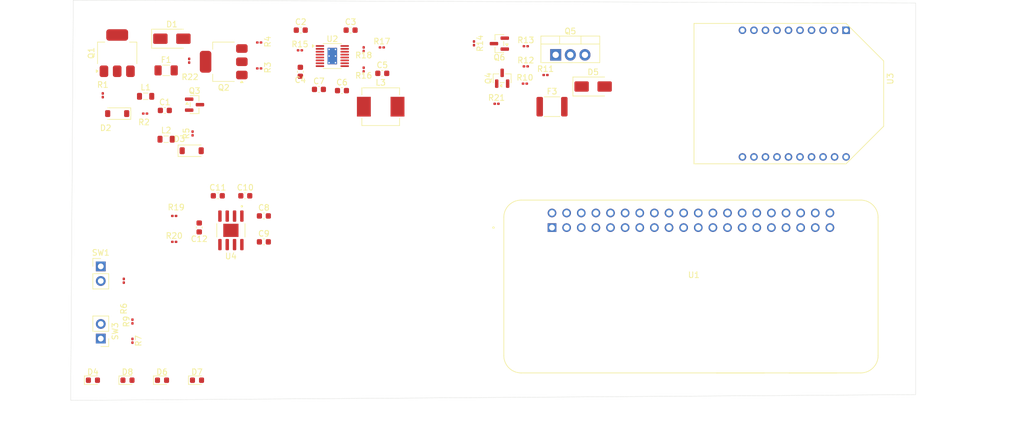
<source format=kicad_pcb>
(kicad_pcb (version 20241229) (generator "pcbnew") (generator_version "9.0")
  (layers (0 "F.Cu" signal) (2 "B.Cu" signal) (13 "F.Paste" user) (15 "B.Paste" user) (5 "F.SilkS" user "F.Silkscreen") (7 "B.SilkS" user "B.Silkscreen") (1 "F.Mask" user) (3 "B.Mask" user) (25 "Edge.Cuts" user))
  (net 0 "")
  (net 1 "GND")
  (net 2 "Net-(C1-Pad1)")
  (net 3 "/28v_inhibit/28V_Post_Inhibit")
  (net 4 "Net-(U2-INTVcc)")
  (net 5 "Net-(U2-TR{slash}SS)")
  (net 6 "5V_Pi")
  (net 7 "Net-(C6-Pad1)")
  (net 8 "Net-(U2-BST)")
  (net 9 "3V3")
  (net 10 "Net-(U4-REF)")
  (net 11 "Net-(U4-VREG)")
  (net 12 "Net-(U4-BYP)")
  (net 13 "Net-(D1-A1)")
  (net 14 "Net-(D2-A)")
  (net 15 "Net-(D3-A)")
  (net 16 "/28v_inhibit/POST_INHIB1")
  (net 17 "Net-(D4-A)")
  (net 18 "Net-(D5-A2)")
  (net 19 "Net-(D6-A)")
  (net 20 "Net-(D7-A)")
  (net 21 "Net-(D8-A)")
  (net 22 "/28v_inhibit/28v_IN")
  (net 23 "Net-(F3-Pad1)")
  (net 24 "TE_2")
  (net 25 "Net-(Q1-S)")
  (net 26 "Net-(Q1-G)")
  (net 27 "Net-(Q2-G)")
  (net 28 "Net-(Q3-G)")
  (net 29 "Net-(Q4-E)")
  (net 30 "Net-(Q4-B)")
  (net 31 "Net-(Q4-C)")
  (net 32 "Net-(Q6-B)")
  (net 33 "Net-(Q6-E)")
  (net 34 "Net-(SW1-B)")
  (net 35 "Net-(SW3-A)")
  (net 36 "/Burn-Wire Circuit/CTRL_IN")
  (net 37 "/Burn-Wire Circuit/ENABLE")
  (net 38 "Net-(U2-RT)")
  (net 39 "Net-(U2-PG)")
  (net 40 "Net-(U3-ASSOCIATE{slash}AD5{slash}DIO5)")
  (net 46 "GPIO15")
  (net 48 "Net-(U1-GND_14)")
  (net 95 "/28v_inhibit/GND")
  (footprint "Resistor_SMD:R_0201_0603Metric" (layer "F.Cu") (at 129.23 73)
    (property "Reference" "R21" (at 0 -1.05 0) (layer "F.SilkS"))
    (property "Value" "10 kohm")
    (pad "1" smd roundrect (at -0.32 0) (size 0.46 0.4) (layers "F.Cu" "F.Mask") (net 18 "Net-(D5-A2)"))
    (pad "2" smd roundrect (at 0.32 0) (size 0.46 0.4) (layers "F.Cu" "F.Mask") (net 20 "Net-(D7-A)"))
  )
  (footprint "Raspberry Pi Zero 2 W:MODULE_SC1176" (layer "F.Cu") (at 162.99 104.73)
    (property "Reference" "U1" (at 0.5 -2 0) (layer "F.SilkS") (effects (font (size 1.00189 1.00189))))
    (property "Value" "Raspberry Pi Zero 2 W")
    (fp_line (start -32.5 -12) (end -32.5 12) (stroke (width 0.127)) (layer "F.SilkS"))
    (fp_line (start -29.5 15) (end 29.5 15) (stroke (width 0.127)) (layer "F.SilkS"))
    (fp_line (start 4.4 15) (end 12.75 15) (stroke (width 0.127)) (layer "F.SilkS"))
    (fp_line (start 17 15) (end 25.35 15) (stroke (width 0.127)) (layer "F.SilkS"))
    (fp_line (start 29.5 -15) (end -29.5 -15) (stroke (width 0.127)) (layer "F.SilkS"))
    (fp_line (start 32.5 12) (end 32.5 -12) (stroke (width 0.127)) (layer "F.SilkS"))
    (fp_arc (start -32.5 -12) (mid -31.62132 -14.12132) (end -29.5 -15) (stroke (width 0.127)) (layer "F.SilkS"))
    (fp_arc (start -29.5 15) (mid -31.62132 14.12132) (end -32.5 12) (stroke (width 0.127)) (layer "F.SilkS"))
    (fp_arc (start 29.5 -15) (mid 31.62132 -14.12132) (end 32.5 -12) (stroke (width 0.127)) (layer "F.SilkS"))
    (fp_arc (start 32.5 12) (mid 31.62132 14.12132) (end 29.5 15) (stroke (width 0.127)) (layer "F.SilkS"))
    (fp_circle (center -34.29 -10.23) (end -34.19 -10.23) (stroke (width 0.2)) (fill no) (layer "F.SilkS"))
    (pad "" np_thru_hole circle (at -29 -11.5) (size 2.75 2.75) (drill 2.75) (layers "*.Cu" "*.Mask"))
    (pad "" np_thru_hole circle (at -29 11.5) (size 2.75 2.75) (drill 2.75) (layers "*.Cu" "*.Mask"))
    (pad "" np_thru_hole circle (at 29 -11.5) (size 2.75 2.75) (drill 2.75) (layers "*.Cu" "*.Mask"))
    (pad "" np_thru_hole circle (at 29 11.5) (size 2.75 2.75) (drill 2.75) (layers "*.Cu" "*.Mask"))
    (pad "1" thru_hole rect (at -24.13 -10.23) (size 1.508 1.508) (drill 1) (layers "*.Cu" "*.Mask"))
    (pad "2" thru_hole circle (at -24.13 -12.77) (size 1.508 1.508) (drill 1) (layers "*.Cu" "*.Mask") (net 6 "5V_Pi"))
    (pad "3" thru_hole circle (at -21.59 -10.23) (size 1.508 1.508) (drill 1) (layers "*.Cu" "*.Mask"))
    (pad "4" thru_hole circle (at -21.59 -12.77) (size 1.508 1.508) (drill 1) (layers "*.Cu" "*.Mask"))
    (pad "5" thru_hole circle (at -19.05 -10.23) (size 1.508 1.508) (drill 1) (layers "*.Cu" "*.Mask"))
    (pad "6" thru_hole circle (at -19.05 -12.77) (size 1.508 1.508) (drill 1) (layers "*.Cu" "*.Mask"))
    (pad "7" thru_hole circle (at -16.51 -10.23) (size 1.508 1.508) (drill 1) (layers "*.Cu" "*.Mask"))
    (pad "8" thru_hole circle (at -16.51 -12.77) (size 1.508 1.508) (drill 1) (layers "*.Cu" "*.Mask"))
    (pad "9" thru_hole circle (at -13.97 -10.23) (size 1.508 1.508) (drill 1) (layers "*.Cu" "*.Mask"))
    (pad "10" thru_hole circle (at -13.97 -12.77) (size 1.508 1.508) (drill 1) (layers "*.Cu" "*.Mask") (net 46 "GPIO15"))
    (pad "11" thru_hole circle (at -11.43 -10.23) (size 1.508 1.508) (drill 1) (layers "*.Cu" "*.Mask"))
    (pad "12" thru_hole circle (at -11.43 -12.77) (size 1.508 1.508) (drill 1) (layers "*.Cu" "*.Mask"))
    (pad "13" thru_hole circle (at -8.89 -10.23) (size 1.508 1.508) (drill 1) (layers "*.Cu" "*.Mask"))
    (pad "14" thru_hole circle (at -8.89 -12.77) (size 1.508 1.508) (drill 1) (layers "*.Cu" "*.Mask") (net 48 "Net-(U1-GND_14)"))
    (pad "15" thru_hole circle (at -6.35 -10.23) (size 1.508 1.508) (drill 1) (layers "*.Cu" "*.Mask"))
    (pad "16" thru_hole circle (at -6.35 -12.77) (size 1.508 1.508) (drill 1) (layers "*.Cu" "*.Mask"))
    (pad "17" thru_hole circle (at -3.81 -10.23) (size 1.508 1.508) (drill 1) (layers "*.Cu" "*.Mask"))
    (pad "18" thru_hole circle (at -3.81 -12.77) (size 1.508 1.508) (drill 1) (layers "*.Cu" "*.Mask"))
    (pad "19" thru_hole circle (at -1.27 -10.23) (size 1.508 1.508) (drill 1) (layers "*.Cu" "*.Mask"))
    (pad "20" thru_hole circle (at -1.27 -12.77) (size 1.508 1.508) (drill 1) (layers "*.Cu" "*.Mask"))
    (pad "21" thru_hole circle (at 1.27 -10.23) (size 1.508 1.508) (drill 1) (layers "*.Cu" "*.Mask"))
    (pad "22" thru_hole circle (at 1.27 -12.77) (size 1.508 1.508) (drill 1) (layers "*.Cu" "*.Mask"))
    (pad "23" thru_hole circle (at 3.81 -10.23) (size 1.508 1.508) (drill 1) (layers "*.Cu" "*.Mask"))
    (pad "24" thru_hole circle (at 3.81 -12.77) (size 1.508 1.508) (drill 1) (layers "*.Cu" "*.Mask"))
    (pad "25" thru_hole circle (at 6.35 -10.23) (size 1.508 1.508) (drill 1) (layers "*.Cu" "*.Mask"))
    (pad "26" thru_hole circle (at 6.35 -12.77) (size 1.508 1.508) (drill 1) (layers "*.Cu" "*.Mask"))
    (pad "27" thru_hole circle (at 8.89 -10.23) (size 1.508 1.508) (drill 1) (layers "*.Cu" "*.Mask"))
    (pad "28" thru_hole circle (at 8.89 -12.77) (size 1.508 1.508) (drill 1) (layers "*.Cu" "*.Mask"))
    (pad "29" thru_hole circle (at 11.43 -10.23) (size 1.508 1.508) (drill 1) (layers "*.Cu" "*.Mask"))
    (pad "30" thru_hole circle (at 11.43 -12.77) (size 1.508 1.508) (drill 1) (layers "*.Cu" "*.Mask"))
    (pad "31" thru_hole circle (at 13.97 -10.23) (size 1.508 1.508) (drill 1) (layers "*.Cu" "*.Mask"))
    (pad "32" thru_hole circle (at 13.97 -12.77) (size 1.508 1.508) (drill 1) (layers "*.Cu" "*.Mask"))
    (pad "33" thru_hole circle (at 16.51 -10.23) (size 1.508 1.508) (drill 1) (layers "*.Cu" "*.Mask"))
    (pad "34" thru_hole circle (at 16.51 -12.77) (size 1.508 1.508) (drill 1) (layers "*.Cu" "*.Mask"))
    (pad "35" thru_hole circle (at 19.05 -10.23) (size 1.508 1.508) (drill 1) (layers "*.Cu" "*.Mask"))
    (pad "36" thru_hole circle (at 19.05 -12.77) (size 1.508 1.508) (drill 1) (layers "*.Cu" "*.Mask"))
    (pad "37" thru_hole circle (at 21.59 -10.23) (size 1.508 1.508) (drill 1) (layers "*.Cu" "*.Mask"))
    (pad "38" thru_hole circle (at 21.59 -12.77) (size 1.508 1.508) (drill 1) (layers "*.Cu" "*.Mask"))
    (pad "39" thru_hole circle (at 24.13 -10.23) (size 1.508 1.508) (drill 1) (layers "*.Cu" "*.Mask"))
    (pad "40" thru_hole circle (at 24.13 -12.77) (size 1.508 1.508) (drill 1) (layers "*.Cu" "*.Mask"))
  )
  (footprint "Resistor_SMD:R_0201_0603Metric" (layer "F.Cu") (at 95.088 63.71)
    (property "Reference" "R15" (at 0 -1.05 0) (layer "F.SilkS"))
    (property "Value" "110k")
    (pad "1" smd roundrect (at -0.32 0) (size 0.46 0.4) (layers "F.Cu" "F.Mask") (net 38 "Net-(U2-RT)"))
    (pad "2" smd roundrect (at 0.32 0) (size 0.46 0.4) (layers "F.Cu" "F.Mask") (net 1 "GND"))
  )
  (footprint "Resistor_SMD:R_0201_0603Metric" (layer "F.Cu") (at 66 110.81 90)
    (property "Reference" "R9" (at 0 -1.05 90) (layer "F.SilkS"))
    (property "Value" "R")
    (pad "1" smd roundrect (at -0.32 0 90) (size 0.46 0.4) (layers "F.Cu" "F.Mask") (net 1 "GND"))
    (pad "2" smd roundrect (at 0.32 0 90) (size 0.46 0.4) (layers "F.Cu" "F.Mask") (net 35 "Net-(SW3-A)"))
  )
  (footprint "Connector_PinHeader_2.54mm:PinHeader_1x02_P2.54mm_Vertical" (layer "F.Cu") (at 60.5 113.775 180)
    (property "Reference" "SW3" (at -2.5 1.275 90) (layer "F.SilkS"))
    (property "Value" "SAFE_switch")
    (fp_line (start 1.38 1.27) (end 1.38 3.92) (stroke (width 0.12)) (layer "F.SilkS"))
    (fp_line (start -1.38 3.92) (end 1.38 3.92) (stroke (width 0.12)) (layer "F.SilkS"))
    (fp_line (start -1.38 1.27) (end 1.38 1.27) (stroke (width 0.12)) (layer "F.SilkS"))
    (fp_line (start -1.38 1.27) (end -1.38 3.92) (stroke (width 0.12)) (layer "F.SilkS"))
    (fp_line (start -1.38 0) (end -1.38 -1.38) (stroke (width 0.12)) (layer "F.SilkS"))
    (fp_line (start -1.38 -1.38) (end 0 -1.38) (stroke (width 0.12)) (layer "F.SilkS"))
    (pad "1" thru_hole rect (at 0 0 180) (size 1.7 1.7) (drill 1) (layers "*.Cu" "*.Mask") (net 35 "Net-(SW3-A)"))
    (pad "2" thru_hole circle (at 0 2.54 180) (size 1.7 1.7) (drill 1) (layers "*.Cu" "*.Mask") (net 37 "/Burn-Wire Circuit/ENABLE"))
  )
  (footprint "Resistor_SMD:R_0201_0603Metric" (layer "F.Cu") (at 88 62.355)
    (property "Reference" "R4" (at 1.5 -0.155 90) (layer "F.SilkS"))
    (property "Value" "100 kohm")
    (pad "1" smd roundrect (at -0.32 0) (size 0.46 0.4) (layers "F.Cu" "F.Mask") (net 15 "Net-(D3-A)"))
    (pad "2" smd roundrect (at 0.32 0) (size 0.46 0.4) (layers "F.Cu" "F.Mask") (net 16 "/28v_inhibit/POST_INHIB1"))
  )
  (footprint "Fuse:Fuse_1812_4532Metric" (layer "F.Cu") (at 138.8625 73.5)
    (property "Reference" "F3" (at 0 -2.65 0) (layer "F.SilkS"))
    (property "Value" "Fuse")
    (fp_line (start -1.386252 -1.71) (end 1.386252 -1.71) (stroke (width 0.12)) (layer "F.SilkS"))
    (fp_line (start -1.386252 1.71) (end 1.386252 1.71) (stroke (width 0.12)) (layer "F.SilkS"))
    (pad "1" smd roundrect (at -2.1375 0) (size 1.125 3.4) (layers "F.Cu" "F.Mask" "F.Paste") (roundrect_rratio 0.222222) (net 23 "Net-(F3-Pad1)"))
    (pad "2" smd roundrect (at 2.1375 0) (size 1.125 3.4) (layers "F.Cu" "F.Mask" "F.Paste") (roundrect_rratio 0.222222) (net 3 "/28v_inhibit/28V_Post_Inhibit"))
  )
  (footprint "Capacitor_SMD:C_0603_1608Metric" (layer "F.Cu") (at 85.595 88.975)
    (property "Reference" "C10" (at 0 -1.43 0) (layer "F.SilkS"))
    (property "Value" "1µF")
    (fp_line (start -0.14058 -0.51) (end 0.14058 -0.51) (stroke (width 0.12)) (layer "F.SilkS"))
    (fp_line (start -0.14058 0.51) (end 0.14058 0.51) (stroke (width 0.12)) (layer "F.SilkS"))
    (pad "1" smd roundrect (at -0.775 0) (size 0.9 0.95) (layers "F.Cu" "F.Mask" "F.Paste") (net 1 "GND"))
    (pad "2" smd roundrect (at 0.775 0) (size 0.9 0.95) (layers "F.Cu" "F.Mask" "F.Paste") (net 11 "Net-(U4-VREG)"))
  )
  (footprint "Capacitor_SMD:C_0603_1608Metric" (layer "F.Cu") (at 95.225 60.21)
    (property "Reference" "C2" (at 0 -1.43 0) (layer "F.SilkS"))
    (property "Value" "4.7µF")
    (fp_line (start -0.14058 -0.51) (end 0.14058 -0.51) (stroke (width 0.12)) (layer "F.SilkS"))
    (fp_line (start -0.14058 0.51) (end 0.14058 0.51) (stroke (width 0.12)) (layer "F.SilkS"))
    (pad "1" smd roundrect (at -0.775 0) (size 0.9 0.95) (layers "F.Cu" "F.Mask" "F.Paste") (net 1 "GND"))
    (pad "2" smd roundrect (at 0.775 0) (size 0.9 0.95) (layers "F.Cu" "F.Mask" "F.Paste") (net 3 "/28v_inhibit/28V_Post_Inhibit"))
  )
  (footprint "Capacitor_SMD:C_0603_1608Metric" (layer "F.Cu") (at 71.625 74.15)
    (property "Reference" "C1" (at 0 -1.43 0) (layer "F.SilkS"))
    (property "Value" "C")
    (fp_line (start -0.14058 -0.51) (end 0.14058 -0.51) (stroke (width 0.12)) (layer "F.SilkS"))
    (fp_line (start -0.14058 0.51) (end 0.14058 0.51) (stroke (width 0.12)) (layer "F.SilkS"))
    (pad "1" smd roundrect (at -0.775 0) (size 0.9 0.95) (layers "F.Cu" "F.Mask" "F.Paste") (net 2 "Net-(C1-Pad1)"))
    (pad "2" smd roundrect (at 0.775 0) (size 0.9 0.95) (layers "F.Cu" "F.Mask" "F.Paste") (net 95 "/28v_inhibit/GND"))
  )
  (footprint "LED_SMD:LED_0603_1608Metric" (layer "F.Cu") (at 65.1375 121)
    (property "Reference" "D8" (at 0 -1.43 0) (layer "F.SilkS"))
    (property "Value" "LED")
    (fp_line (start -1.485 -0.735) (end -1.485 0.735) (stroke (width 0.12)) (layer "F.SilkS"))
    (fp_line (start -1.485 0.735) (end 0.8 0.735) (stroke (width 0.12)) (layer "F.SilkS"))
    (fp_line (start 0.8 -0.735) (end -1.485 -0.735) (stroke (width 0.12)) (layer "F.SilkS"))
    (pad "1" smd roundrect (at -0.7875 0) (size 0.875 0.95) (layers "F.Cu" "F.Mask" "F.Paste") (net 1 "GND"))
    (pad "2" smd roundrect (at 0.7875 0) (size 0.875 0.95) (layers "F.Cu" "F.Mask" "F.Paste") (net 21 "Net-(D8-A)"))
  )
  (footprint "Package_TO_SOT_SMD:SOT-223-3_TabPin2" (layer "F.Cu") (at 63.35 64.2 90)
    (property "Reference" "Q1" (at 0 -4.5 90) (layer "F.SilkS"))
    (property "Value" "Q_PMOS_GSD")
    (fp_line (start 1.91 -3.41) (end 1.91 -2.15) (stroke (width 0.12)) (layer "F.SilkS"))
    (fp_line (start -1.85 -3.41) (end 1.91 -3.41) (stroke (width 0.12)) (layer "F.SilkS"))
    (fp_line (start 1.91 3.41) (end 1.91 2.15) (stroke (width 0.12)) (layer "F.SilkS"))
    (fp_line (start -1.85 3.41) (end 1.91 3.41) (stroke (width 0.12)) (layer "F.SilkS"))
    (fp_poly (pts (xy -3.13 -3.31) (xy -3.37 -3.64) (xy -2.89 -3.64) (xy -3.13 -3.31)) (stroke (width 0.12)) (fill yes) (layer "F.SilkS"))
    (pad "1" smd roundrect (at -3.15 -2.3 90) (size 2 1.5) (layers "F.Cu" "F.Mask" "F.Paste") (net 26 "Net-(Q1-G)"))
    (pad "2" smd roundrect (at -3.15 0 90) (size 2 1.5) (layers "F.Cu" "F.Mask" "F.Paste") (net 25 "Net-(Q1-S)"))
    (pad "2" smd roundrect (at 3.15 0 90) (size 2 3.8) (layers "F.Cu" "F.Mask" "F.Paste") (net 25 "Net-(Q1-S)"))
    (pad "3" smd roundrect (at -3.15 2.3 90) (size 2 1.5) (layers "F.Cu" "F.Mask" "F.Paste") (net 13 "Net-(D1-A1)"))
  )
  (footprint "Resistor_SMD:R_0201_0603Metric" (layer "F.Cu") (at 125.31 62.5 -90)
    (property "Reference" "R14" (at 0 -1.05 90) (layer "F.SilkS"))
    (property "Value" "R")
    (pad "1" smd roundrect (at -0.32 0 270) (size 0.46 0.4) (layers "F.Cu" "F.Mask") (net 32 "Net-(Q6-B)"))
    (pad "2" smd roundrect (at 0.32 0 270) (size 0.46 0.4) (layers "F.Cu" "F.Mask") (net 1 "GND"))
  )
  (footprint "Resistor_SMD:R_0201_0603Metric" (layer "F.Cu") (at 73.25 96.975)
    (property "Reference" "R20" (at 0 -1.05 0) (layer "F.SilkS"))
    (property "Value" "4.7/10 kohm")
    (pad "1" smd roundrect (at -0.32 0) (size 0.46 0.4) (layers "F.Cu" "F.Mask") (net 21 "Net-(D8-A)"))
    (pad "2" smd roundrect (at 0.32 0) (size 0.46 0.4) (layers "F.Cu" "F.Mask") (net 40 "Net-(U3-ASSOCIATE{slash}AD5{slash}DIO5)"))
  )
  (footprint "XBee:XBP24-Z7SIT-004" (layer "F.Cu") (at 179.99 71.23 -90)
    (property "Reference" "U3" (at -2.581625 -17.620025 90) (layer "F.SilkS") (effects (font (size 1.002559 1.002559))))
    (property "Value" "XBP24-Z7SIT-004")
    (fp_line (start -12.19 16.47) (end 12.19 16.47) (stroke (width 0.127)) (layer "F.SilkS"))
    (fp_line (start 12.19 16.47) (end 12.19 -9.94) (stroke (width 0.127)) (layer "F.SilkS"))
    (fp_line (start -12.19 -9.94) (end -12.19 16.47) (stroke (width 0.127)) (layer "F.SilkS"))
    (fp_line (start 12.19 -9.94) (end 5.66 -16.47) (stroke (width 0.127)) (layer "F.SilkS"))
    (fp_line (start -5.66 -16.47) (end -12.19 -9.94) (stroke (width 0.127)) (layer "F.SilkS"))
    (fp_line (start 5.66 -16.47) (end -5.66 -16.47) (stroke (width 0.127)) (layer "F.SilkS"))
    (pad "1" thru_hole rect (at -11 -9.94 270) (size 1.308 1.308) (drill 0.8) (layers "*.Cu" "*.Mask") (net 9 "3V3"))
    (pad "2" thru_hole circle (at -11 -7.94 270) (size 1.308 1.308) (drill 0.8) (layers "*.Cu" "*.Mask") (net 46 "GPIO15"))
    (pad "3" thru_hole circle (at -11 -5.94 270) (size 1.308 1.308) (drill 0.8) (layers "*.Cu" "*.Mask") (net 48 "Net-(U1-GND_14)"))
    (pad "4" thru_hole circle (at -11 -3.94 270) (size 1.308 1.308) (drill 0.8) (layers "*.Cu" "*.Mask"))
    (pad "5" thru_hole circle (at -11 -1.94 270) (size 1.308 1.308) (drill 0.8) (layers "*.Cu" "*.Mask"))
    (pad "6" thru_hole circle (at -11 0.06 270) (size 1.308 1.308) (drill 0.8) (layers "*.Cu" "*.Mask"))
    (pad "7" thru_hole circle (at -11 2.06 270) (size 1.308 1.308) (drill 0.8) (layers "*.Cu" "*.Mask"))
    (pad "8" thru_hole circle (at -11 4.06 270) (size 1.308 1.308) (drill 0.8) (layers "*.Cu" "*.Mask"))
    (pad "9" thru_hole circle (at -11 6.06 270) (size 1.308 1.308) (drill 0.8) (layers "*.Cu" "*.Mask"))
    (pad "10" thru_hole circle (at -11 8.06 270) (size 1.308 1.308) (drill 0.8) (layers "*.Cu" "*.Mask") (net 1 "GND"))
    (pad "11" thru_hole circle (at 11 8.06 270) (size 1.308 1.308) (drill 0.8) (layers "*.Cu" "*.Mask"))
    (pad "12" thru_hole circle (at 11 6.06 270) (size 1.308 1.308) (drill 0.8) (layers "*.Cu" "*.Mask"))
    (pad "13" thru_hole circle (at 11 4.06 270) (size 1.308 1.308) (drill 0.8) (layers "*.Cu" "*.Mask"))
    (pad "14" thru_hole circle (at 11 2.06 270) (size 1.308 1.308) (drill 0.8) (layers "*.Cu" "*.Mask") (net 9 "3V3"))
    (pad "15" thru_hole circle (at 11 0.06 270) (size 1.308 1.308) (drill 0.8) (layers "*.Cu" "*.Mask") (net 40 "Net-(U3-ASSOCIATE{slash}AD5{slash}DIO5)"))
    (pad "16" thru_hole circle (at 11 -1.94 270) (size 1.308 1.308) (drill 0.8) (layers "*.Cu" "*.Mask"))
    (pad "17" thru_hole circle (at 11 -3.94 270) (size 1.308 1.308) (drill 0.8) (layers "*.Cu" "*.Mask"))
    (pad "18" thru_hole circle (at 11 -5.94 270) (size 1.308 1.308) (drill 0.8) (layers "*.Cu" "*.Mask"))
    (pad "19" thru_hole circle (at 11 -7.94 270) (size 1.308 1.308) (drill 0.8) (layers "*.Cu" "*.Mask"))
    (pad "20" thru_hole circle (at 11 -9.94 270) (size 1.308 1.308) (drill 0.8) (layers "*.Cu" "*.Mask"))
  )
  (footprint "Capacitor_SMD:C_0603_1608Metric" (layer "F.Cu") (at 102.383 70.71)
    (property "Reference" "C6" (at 0 -1.43 0) (layer "F.SilkS"))
    (property "Value" "0.1µF")
    (fp_line (start -0.14058 -0.51) (end 0.14058 -0.51) (stroke (width 0.12)) (layer "F.SilkS"))
    (fp_line (start -0.14058 0.51) (end 0.14058 0.51) (stroke (width 0.12)) (layer "F.SilkS"))
    (pad "1" smd roundrect (at -0.775 0) (size 0.9 0.95) (layers "F.Cu" "F.Mask" "F.Paste") (net 7 "Net-(C6-Pad1)"))
    (pad "2" smd roundrect (at 0.775 0) (size 0.9 0.95) (layers "F.Cu" "F.Mask" "F.Paste") (net 8 "Net-(U2-BST)"))
  )
  (footprint "Package_TO_SOT_SMD:SOT-223-3_TabPin2" (layer "F.Cu") (at 81.85 65.7 180)
    (property "Reference" "Q2" (at 0 -4.5 0) (layer "F.SilkS"))
    (property "Value" "Q_PMOS_GSD")
    (fp_line (start 1.91 3.41) (end 1.91 2.15) (stroke (width 0.12)) (layer "F.SilkS"))
    (fp_line (start 1.91 -3.41) (end 1.91 -2.15) (stroke (width 0.12)) (layer "F.SilkS"))
    (fp_line (start -1.85 3.41) (end 1.91 3.41) (stroke (width 0.12)) (layer "F.SilkS"))
    (fp_line (start -1.85 -3.41) (end 1.91 -3.41) (stroke (width 0.12)) (layer "F.SilkS"))
    (fp_poly (pts (xy -3.13 -3.31) (xy -3.37 -3.64) (xy -2.89 -3.64) (xy -3.13 -3.31)) (stroke (width 0.12)) (fill yes) (layer "F.SilkS"))
    (pad "1" smd roundrect (at -3.15 -2.3 180) (size 2 1.5) (layers "F.Cu" "F.Mask" "F.Paste") (net 27 "Net-(Q2-G)"))
    (pad "2" smd roundrect (at -3.15 0 180) (size 2 1.5) (layers "F.Cu" "F.Mask" "F.Paste") (net 3 "/28v_inhibit/28V_Post_Inhibit"))
    (pad "2" smd roundrect (at 3.15 0 180) (size 2 3.8) (layers "F.Cu" "F.Mask" "F.Paste") (net 3 "/28v_inhibit/28V_Post_Inhibit"))
    (pad "3" smd roundrect (at -3.15 2.3 180) (size 2 1.5) (layers "F.Cu" "F.Mask" "F.Paste") (net 16 "/28v_inhibit/POST_INHIB1"))
  )
  (footprint "Inductor_SMD:L_Vishay_IHLP-2525" (layer "F.Cu") (at 109.108 73.5)
    (property "Reference" "L3" (at 0 -4.175 0) (layer "F.SilkS"))
    (property "Value" "10µH")
    (fp_line (start -3.275 -3.275) (end 3.275 -3.275) (stroke (width 0.12)) (layer "F.SilkS"))
    (fp_line (start -3.275 -2.0145) (end -3.275 -3.275) (stroke (width 0.12)) (layer "F.SilkS"))
    (fp_line (start -3.275 2.0145) (end -3.275 3.275) (stroke (width 0.12)) (layer "F.SilkS"))
    (fp_line (start -3.275 3.275) (end 3.275 3.275) (stroke (width 0.12)) (layer "F.SilkS"))
    (fp_line (start 3.275 -3.275) (end 3.275 -2.0145) (stroke (width 0.12)) (layer "F.SilkS"))
    (fp_line (start 3.275 3.275) (end 3.275 2.0145) (stroke (width 0.12)) (layer "F.SilkS"))
    (pad "1" smd rect (at -2.921 0) (size 2.413 3.429) (layers "F.Cu" "F.Mask" "F.Paste") (net 7 "Net-(C6-Pad1)"))
    (pad "2" smd rect (at 2.921 0) (size 2.413 3.429) (layers "F.Cu" "F.Mask" "F.Paste") (net 6 "5V_Pi"))
  )
  (footprint "Resistor_SMD:R_0201_0603Metric" (layer "F.Cu") (at 106.158 63.53 -90)
    (property "Reference" "R18" (at 1.05 0 0) (layer "F.SilkS"))
    (property "Value" "100k")
    (pad "1" smd roundrect (at -0.32 0 270) (size 0.46 0.4) (layers "F.Cu" "F.Mask") (net 39 "Net-(U2-PG)"))
    (pad "2" smd roundrect (at 0.32 0 270) (size 0.46 0.4) (layers "F.Cu" "F.Mask") (net 6 "5V_Pi"))
  )
  (footprint "Resistor_SMD:R_0201_0603Metric" (layer "F.Cu") (at 134.31 66.5)
    (property "Reference" "R12" (at 0 -1.05 0) (layer "F.SilkS"))
    (property "Value" "R")
    (pad "1" smd roundrect (at -0.32 0) (size 0.46 0.4) (layers "F.Cu" "F.Mask") (net 29 "Net-(Q4-E)"))
    (pad "2" smd roundrect (at 0.32 0) (size 0.46 0.4) (layers "F.Cu" "F.Mask") (net 36 "/Burn-Wire Circuit/CTRL_IN"))
  )
  (footprint "Capacitor_SMD:C_0603_1608Metric" (layer "F.Cu") (at 109.383 67.71)
    (property "Reference" "C5" (at 0 -1.43 0) (layer "F.SilkS"))
    (property "Value" "10pF")
    (fp_line (start -0.14058 -0.51) (end 0.14058 -0.51) (stroke (width 0.12)) (layer "F.SilkS"))
    (fp_line (start -0.14058 0.51) (end 0.14058 0.51) (stroke (width 0.12)) (layer "F.SilkS"))
    (pad "1" smd roundrect (at -0.775 0) (size 0.9 0.95) (layers "F.Cu" "F.Mask" "F.Paste") (net 6 "5V_Pi"))
    (pad "2" smd roundrect (at 0.775 0) (size 0.9 0.95) (layers "F.Cu" "F.Mask" "F.Paste") (net 1 "GND"))
  )
  (footprint "Resistor_SMD:R_0201_0603Metric" (layer "F.Cu") (at 73.25 92.475)
    (property "Reference" "R19" (at 0.345 -1.5 0) (layer "F.SilkS"))
    (property "Value" "1 kohm")
    (pad "1" smd roundrect (at -0.32 0) (size 0.46 0.4) (layers "F.Cu" "F.Mask") (net 19 "Net-(D6-A)"))
    (pad "2" smd roundrect (at 0.32 0) (size 0.46 0.4) (layers "F.Cu" "F.Mask") (net 9 "3V3"))
  )
  (footprint "Capacitor_SMD:C_0603_1608Metric" (layer "F.Cu") (at 88.82 96.975)
    (property "Reference" "C9" (at 0 -1.43 0) (layer "F.SilkS"))
    (property "Value" "1µF")
    (fp_line (start -0.14058 -0.51) (end 0.14058 -0.51) (stroke (width 0.12)) (layer "F.SilkS"))
    (fp_line (start -0.14058 0.51) (end 0.14058 0.51) (stroke (width 0.12)) (layer "F.SilkS"))
    (pad "1" smd roundrect (at -0.775 0) (size 0.9 0.95) (layers "F.Cu" "F.Mask" "F.Paste") (net 1 "GND"))
    (pad "2" smd roundrect (at 0.775 0) (size 0.9 0.95) (layers "F.Cu" "F.Mask" "F.Paste") (net 10 "Net-(U4-REF)"))
  )
  (footprint "Diode_SMD:D_SMA" (layer "F.Cu") (at 146 70)
    (property "Reference" "D5" (at 0 -2.5 0) (layer "F.SilkS"))
    (property "Value" "SMAJ33A")
    (fp_line (start -3.51 -1.65) (end -3.51 1.65) (stroke (width 0.12)) (layer "F.SilkS"))
    (fp_line (start -3.51 -1.65) (end 2 -1.65) (stroke (width 0.12)) (layer "F.SilkS"))
    (fp_line (start -3.51 1.65) (end 2 1.65) (stroke (width 0.12)) (layer "F.SilkS"))
    (pad "1" smd roundrect (at -2 0) (size 2.5 1.8) (layers "F.Cu" "F.Mask" "F.Paste") (roundrect_rratio 0.1388888889) (net 3 "/28v_inhibit/28V_Post_Inhibit"))
    (pad "2" smd roundrect (at 2 0) (size 2.5 1.8) (layers "F.Cu" "F.Mask" "F.Paste") (roundrect_rratio 0.1388888889) (net 18 "Net-(D5-A2)"))
  )
  (footprint "Resistor_SMD:R_0201_0603Metric" (layer "F.Cu") (at 88 66.855 180)
    (property "Reference" "R3" (at -1.5 0.155 90) (layer "F.SilkS"))
    (property "Value" "100 ohm")
    (pad "1" smd roundrect (at -0.32 0 180) (size 0.46 0.4) (layers "F.Cu" "F.Mask") (net 27 "Net-(Q2-G)"))
    (pad "2" smd roundrect (at 0.32 0 180) (size 0.46 0.4) (layers "F.Cu" "F.Mask") (net 15 "Net-(D3-A)"))
  )
  (footprint "LED_SMD:LED_0603_1608Metric" (layer "F.Cu") (at 59.1375 121)
    (property "Reference" "D4" (at 0 -1.43 0) (layer "F.SilkS"))
    (property "Value" "LED")
    (fp_line (start -1.485 -0.735) (end -1.485 0.735) (stroke (width 0.12)) (layer "F.SilkS"))
    (fp_line (start -1.485 0.735) (end 0.8 0.735) (stroke (width 0.12)) (layer "F.SilkS"))
    (fp_line (start 0.8 -0.735) (end -1.485 -0.735) (stroke (width 0.12)) (layer "F.SilkS"))
    (pad "1" smd roundrect (at -0.7875 0) (size 0.875 0.95) (layers "F.Cu" "F.Mask" "F.Paste") (net 95 "/28v_inhibit/GND"))
    (pad "2" smd roundrect (at 0.7875 0) (size 0.875 0.95) (layers "F.Cu" "F.Mask" "F.Paste") (net 17 "Net-(D4-A)"))
  )
  (footprint "Package_SO:MSOP-16-1EP_3x4.039mm_P0.5mm_EP1.651x2.845mm_ThermalVias" (layer "F.Cu") (at 100.7085 64.71)
    (property "Reference" "U2" (at 0 -2.97 0) (layer "F.SilkS"))
    (property "Value" "LT8610AC")
    (fp_line (start -1.61 -2.16) (end 1.61 -2.16) (stroke (width 0.12)) (layer "F.SilkS"))
    (fp_line (start 1.61 2.16) (end -1.61 2.16) (stroke (width 0.12)) (layer "F.SilkS"))
    (fp_poly (pts (xy -3.14 -1.75) (xy -3.47 -1.51) (xy -3.47 -1.99)) (stroke (width 0.12)) (fill yes) (layer "F.SilkS"))
    (pad "1" smd roundrect (at -2.15 -1.75) (size 1.45 0.3) (layers "F.Cu" "F.Mask" "F.Paste"))
    (pad "2" smd roundrect (at -2.15 -1.25) (size 1.45 0.3) (layers "F.Cu" "F.Mask" "F.Paste") (net 5 "Net-(U2-TR{slash}SS)"))
    (pad "3" smd roundrect (at -2.15 -0.75) (size 1.45 0.3) (layers "F.Cu" "F.Mask" "F.Paste") (net 38 "Net-(U2-RT)"))
    (pad "4" smd roundrect (at -2.15 -0.25) (size 1.45 0.3) (layers "F.Cu" "F.Mask" "F.Paste") (net 3 "/28v_inhibit/28V_Post_Inhibit"))
    (pad "5" smd roundrect (at -2.15 0.25) (size 1.45 0.3) (layers "F.Cu" "F.Mask" "F.Paste") (net 3 "/28v_inhibit/28V_Post_Inhibit"))
    (pad "6" smd roundrect (at -2.15 0.75) (size 1.45 0.3) (layers "F.Cu" "F.Mask" "F.Paste") (net 3 "/28v_inhibit/28V_Post_Inhibit"))
    (pad "7" smd roundrect (at -2.15 1.25) (size 1.45 0.3) (layers "F.Cu" "F.Mask" "F.Paste"))
    (pad "8" smd roundrect (at -2.15 1.75) (size 1.45 0.3) (layers "F.Cu" "F.Mask" "F.Paste") (net 1 "GND"))
    (pad "9" smd roundrect (at 2.15 1.75) (size 1.45 0.3) (layers "F.Cu" "F.Mask" "F.Paste") (net 7 "Net-(C6-Pad1)"))
    (pad "10" smd roundrect (at 2.15 1.25) (size 1.45 0.3) (layers "F.Cu" "F.Mask" "F.Paste") (net 7 "Net-(C6-Pad1)"))
    (pad "11" smd roundrect (at 2.15 0.75) (size 1.45 0.3) (layers "F.Cu" "F.Mask" "F.Paste") (net 7 "Net-(C6-Pad1)"))
    (pad "12" smd roundrect (at 2.15 0.25) (size 1.45 0.3) (layers "F.Cu" "F.Mask" "F.Paste") (net 8 "Net-(U2-BST)"))
    (pad "13" smd roundrect (at 2.15 -0.25) (size 1.45 0.3) (layers "F.Cu" "F.Mask" "F.Paste") (net 4 "Net-(U2-INTVcc)"))
    (pad "14" smd roundrect (at 2.15 -0.75) (size 1.45 0.3) (layers "F.Cu" "F.Mask" "F.Paste") (net 6 "5V_Pi"))
    (pad "15" smd roundrect (at 2.15 -1.25) (size 1.45 0.3) (layers "F.Cu" "F.Mask" "F.Paste") (net 39 "Net-(U2-PG)"))
    (pad "16" smd roundrect (at 2.15 -1.75) (size 1.45 0.3) (layers "F.Cu" "F.Mask" "F.Paste") (net 1 "GND"))
    (pad "17" thru_hole circle (at -0.5505 -1.1475) (size 0.55 0.55) (drill 0.25) (property pad_prop_heatsink) (layers "*.Cu") (net 1 "GND"))
    (pad "17" thru_hole circle (at -0.5505 0) (size 0.55 0.55) (drill 0.25) (property pad_prop_heatsink) (layers "*.Cu") (net 1 "GND"))
    (pad "17" thru_hole circle (at -0.5505 1.1475) (size 0.55 0.55) (drill 0.25) (property pad_prop_heatsink) (layers "*.Cu") (net 1 "GND"))
    (pad "17" smd rect (at 0 0) (size 1.651 2.845) (property pad_prop_heatsink) (layers "F.Cu" "F.Mask") (net 1 "GND"))
    (pad "17" smd rect (at 0 0) (size 1.651 2.845) (property pad_prop_heatsink) (layers "B.Cu") (net 1 "GND"))
    (pad "17" thru_hole circle (at 0.5505 -1.1475) (size 0.55 0.55) (drill 0.25) (property pad_prop_heatsink) (layers "*.Cu") (net 1 "GND"))
    (pad "17" thru_hole circle (at 0.5505 0) (size 0.55 0.55) (drill 0.25) (property pad_prop_heatsink) (layers "*.Cu") (net 1 "GND"))
    (pad "17" thru_hole circle (at 0.5505 1.1475) (size 0.55 0.55) (drill 0.25) (property pad_prop_heatsink) (layers "*.Cu") (net 1 "GND"))
  )
  (footprint "Inductor_SMD:L_0805_2012Metric" (layer "F.Cu") (at 68.2875 71.7)
    (property "Reference" "L1" (at 0 -1.55 0) (layer "F.SilkS"))
    (property "Value" "L")
    (fp_line (start -0.399622 -0.56) (end 0.399622 -0.56) (stroke (width 0.12)) (layer "F.SilkS"))
    (fp_line (start -0.399622 0.56) (end 0.399622 0.56) (stroke (width 0.12)) (layer "F.SilkS"))
    (pad "1" smd roundrect (at -1.0625 0) (size 0.875 1.2) (layers "F.Cu" "F.Mask" "F.Paste") (net 25 "Net-(Q1-S)"))
    (pad "2" smd roundrect (at 1.0625 0) (size 0.875 1.2) (layers "F.Cu" "F.Mask" "F.Paste") (net 2 "Net-(C1-Pad1)"))
  )
  (footprint "LED_SMD:LED_0603_1608Metric" (layer "F.Cu") (at 71.1375 121)
    (property "Reference" "D6" (at 0 -1.43 0) (layer "F.SilkS"))
    (property "Value" "LED")
    (fp_line (start -1.485 -0.735) (end -1.485 0.735) (stroke (width 0.12)) (layer "F.SilkS"))
    (fp_line (start -1.485 0.735) (end 0.8 0.735) (stroke (width 0.12)) (layer "F.SilkS"))
    (fp_line (start 0.8 -0.735) (end -1.485 -0.735) (stroke (width 0.12)) (layer "F.SilkS"))
    (pad "1" smd roundrect (at -0.7875 0) (size 0.875 0.95) (layers "F.Cu" "F.Mask" "F.Paste") (net 1 "GND"))
    (pad "2" smd roundrect (at 0.7875 0) (size 0.875 0.95) (layers "F.Cu" "F.Mask" "F.Paste") (net 19 "Net-(D6-A)"))
  )
  (footprint "Resistor_SMD:R_0201_0603Metric" (layer "F.Cu") (at 76.4425 78.15 -90)
    (property "Reference" "R5" (at 0 1.0925 270) (layer "F.SilkS"))
    (property "Value" "1 kohm")
    (pad "1" smd roundrect (at -0.32 0 270) (size 0.46 0.4) (layers "F.Cu" "F.Mask") (net 28 "Net-(Q3-G)"))
    (pad "2" smd roundrect (at 0.32 0 270) (size 0.46 0.4) (layers "F.Cu" "F.Mask") (net 34 "Net-(SW1-B)"))
  )
  (footprint "Package_TO_SOT_SMD:SOT-23" (layer "F.Cu") (at 129.7175 62.55 180)
    (property "Reference" "Q6" (at 0 -2.4 0) (layer "F.SilkS"))
    (property "Value" "Q_NPN_BEC")
    (fp_line (start 0.76 1.56) (end -0.76 1.56) (stroke (width 0.12)) (layer "F.SilkS"))
    (fp_line (start 0.76 0.56) (end 0.76 1.56) (stroke (width 0.12)) (layer "F.SilkS"))
    (fp_line (start 0.76 -1.56) (end 0.76 -0.56) (stroke (width 0.12)) (layer "F.SilkS"))
    (fp_line (start -0.76 1.56) (end -0.76 1.51) (stroke (width 0.12)) (layer "F.SilkS"))
    (fp_line (start -0.76 0.39) (end -0.76 -0.39) (stroke (width 0.12)) (layer "F.SilkS"))
    (fp_line (start -0.76 -1.51) (end -0.76 -1.56) (stroke (width 0.12)) (layer "F.SilkS"))
    (fp_line (start -0.76 -1.56) (end 0.76 -1.56) (stroke (width 0.12)) (layer "F.SilkS"))
    (fp_poly (pts (xy -1.3 -0.38) (xy -1.06 -0.05) (xy -1.54 -0.05)) (stroke (width 0.12)) (fill yes) (layer "F.SilkS"))
    (pad "1" smd roundrect (at -0.9375 -0.95 180) (size 1.475 0.6) (layers "F.Cu" "F.Mask" "F.Paste") (net 32 "Net-(Q6-B)"))
    (pad "2" smd roundrect (at -0.9375 0.95 180) (size 1.475 0.6) (layers "F.Cu" "F.Mask" "F.Paste") (net 33 "Net-(Q6-E)"))
    (pad "3" smd roundrect (at 0.9375 0 180) (size 1.475 0.6) (layers "F.Cu" "F.Mask" "F.Paste") (net 30 "Net-(Q4-B)"))
  )
  (footprint "Capacitor_SMD:C_0603_1608Metric" (layer "F.Cu") (at 80.82 88.975)
    (property "Reference" "C11" (at 0 -1.43 0) (layer "F.SilkS"))
    (property "Value" "1µF")
    (fp_line (start -0.14058 -0.51) (end 0.14058 -0.51) (stroke (width 0.12)) (layer "F.SilkS"))
    (fp_line (start -0.14058 0.51) (end 0.14058 0.51) (stroke (width 0.12)) (layer "F.SilkS"))
    (pad "1" smd roundrect (at -0.775 0) (size 0.9 0.95) (layers "F.Cu" "F.Mask" "F.Paste") (net 1 "GND"))
    (pad "2" smd roundrect (at 0.775 0) (size 0.9 0.95) (layers "F.Cu" "F.Mask" "F.Paste") (net 12 "Net-(U4-BYP)"))
  )
  (footprint "Fuse:Fuse_1206_3216Metric" (layer "F.Cu") (at 71.85 67.2)
    (property "Reference" "F1" (at 0 -1.83 0) (layer "F.SilkS"))
    (property "Value" "Fuse")
    (fp_line (start -0.602064 -0.91) (end 0.602064 -0.91) (stroke (width 0.12)) (layer "F.SilkS"))
    (fp_line (start -0.602064 0.91) (end 0.602064 0.91) (stroke (width 0.12)) (layer "F.SilkS"))
    (pad "1" smd roundrect (at -1.4 0) (size 1.25 1.75) (layers "F.Cu" "F.Mask" "F.Paste") (roundrect_rratio 0.2) (net 22 "/28v_inhibit/28v_IN"))
    (pad "2" smd roundrect (at 1.4 0) (size 1.25 1.75) (layers "F.Cu" "F.Mask" "F.Paste") (roundrect_rratio 0.2) (net 13 "Net-(D1-A1)"))
  )
  (footprint "Resistor_SMD:R_0201_0603Metric" (layer "F.Cu") (at 134.155 69.5)
    (property "Reference" "R10" (at 0 -1.05 0) (layer "F.SilkS"))
    (property "Value" "R")
    (pad "1" smd roundrect (at -0.32 0) (size 0.46 0.4) (layers "F.Cu" "F.Mask") (net 31 "Net-(Q4-C)"))
    (pad "2" smd roundrect (at 0.32 0) (size 0.46 0.4) (layers "F.Cu" "F.Mask") (net 9 "3V3"))
  )
  (footprint "Package_TO_SOT_SMD:SOT-23" (layer "F.Cu") (at 76.7875 73.15)
    (property "Reference" "Q3" (at 0 -2.4 0) (layer "F.SilkS"))
    (property "Value" "NMOS")
    (fp_line (start -0.76 -1.56) (end 0.76 -1.56) (stroke (width 0.12)) (layer "F.SilkS"))
    (fp_line (start -0.76 -1.51) (end -0.76 -1.56) (stroke (width 0.12)) (layer "F.SilkS"))
    (fp_line (start -0.76 0.39) (end -0.76 -0.39) (stroke (width 0.12)) (layer "F.SilkS"))
    (fp_line (start -0.76 1.56) (end -0.76 1.51) (stroke (width 0.12)) (layer "F.SilkS"))
    (fp_line (start 0.76 -1.56) (end 0.76 -0.56) (stroke (width 0.12)) (layer "F.SilkS"))
    (fp_line (start 0.76 0.56) (end 0.76 1.56) (stroke (width 0.12)) (layer "F.SilkS"))
    (fp_line (start 0.76 1.56) (end -0.76 1.56) (stroke (width 0.12)) (layer "F.SilkS"))
    (fp_poly (pts (xy -1.3 -0.38) (xy -1.06 -0.05) (xy -1.54 -0.05)) (stroke (width 0.12)) (fill yes) (layer "F.SilkS"))
    (pad "1" smd roundrect (at -0.9375 -0.95) (size 1.475 0.6) (layers "F.Cu" "F.Mask" "F.Paste") (net 15 "Net-(D3-A)"))
    (pad "2" smd roundrect (at -0.9375 0.95) (size 1.475 0.6) (layers "F.Cu" "F.Mask" "F.Paste") (net 28 "Net-(Q3-G)"))
    (pad "3" smd roundrect (at 0.9375 0) (size 1.475 0.6) (layers "F.Cu" "F.Mask" "F.Paste") (net 95 "/28v_inhibit/GND"))
  )
  (footprint "Resistor_SMD:R_0201_0603Metric" (layer "F.Cu") (at 60.85 71.52 90)
    (property "Reference" "R1" (at 1.82 0 0) (layer "F.SilkS"))
    (property "Value" "100 ohm")
    (pad "1" smd roundrect (at -0.32 0 90) (size 0.46 0.4) (layers "F.Cu" "F.Mask") (net 26 "Net-(Q1-G)"))
    (pad "2" smd roundrect (at 0.32 0 90) (size 0.46 0.4) (layers "F.Cu" "F.Mask") (net 14 "Net-(D2-A)"))
  )
  (footprint "Resistor_SMD:R_0201_0603Metric" (layer "F.Cu") (at 109.313 63.21)
    (property "Reference" "R17" (at 0 -1.05 0) (layer "F.SilkS"))
    (property "Value" "1M")
    (pad "1" smd roundrect (at -0.32 0) (size 0.46 0.4) (layers "F.Cu" "F.Mask") (net 1 "GND"))
    (pad "2" smd roundrect (at 0.32 0) (size 0.46 0.4) (layers "F.Cu" "F.Mask") (net 6 "5V_Pi"))
  )
  (footprint "Capacitor_SMD:C_0603_1608Metric" (layer "F.Cu") (at 77.595 94.475 -90)
    (property "Reference" "C12" (at 2 0 0) (layer "F.SilkS"))
    (property "Value" "10µF")
    (fp_line (start -0.14058 0.51) (end 0.14058 0.51) (stroke (width 0.12)) (layer "F.SilkS"))
    (fp_line (start -0.14058 -0.51) (end 0.14058 -0.51) (stroke (width 0.12)) (layer "F.SilkS"))
    (pad "1" smd roundrect (at -0.775 0 270) (size 0.9 0.95) (layers "F.Cu" "F.Mask" "F.Paste") (net 1 "GND"))
    (pad "2" smd roundrect (at 0.775 0 270) (size 0.9 0.95) (layers "F.Cu" "F.Mask" "F.Paste") (net 6 "5V_Pi"))
  )
  (footprint "Package_TO_SOT_THT:TO-220-3_Vertical" (layer "F.Cu") (at 139.5 64.5)
    (property "Reference" "Q5" (at 2.54 -4.1 0) (layer "F.SilkS"))
    (property "Value" "TIP122")
    (fp_line (start -2.57 -3.26) (end 7.65 -3.26) (stroke (width 0.12)) (layer "F.SilkS"))
    (fp_line (start -2.57 -1.88) (end 7.65 -1.88) (stroke (width 0.12)) (layer "F.SilkS"))
    (fp_line (start -2.57 1.36) (end -2.57 -3.26) (stroke (width 0.12)) (layer "F.SilkS"))
    (fp_line (start 0.69 -3.26) (end 0.69 -1.88) (stroke (width 0.12)) (layer "F.SilkS"))
    (fp_line (start 4.39 -3.26) (end 4.39 -1.88) (stroke (width 0.12)) (layer "F.SilkS"))
    (fp_line (start 7.65 -3.26) (end 7.65 1.36) (stroke (width 0.12)) (layer "F.SilkS"))
    (fp_line (start 7.65 1.36) (end -2.57 1.36) (stroke (width 0.12)) (layer "F.SilkS"))
    (pad "1" thru_hole rect (at 0 0) (size 1.905 2) (drill 1.1) (layers "*.Cu" "*.Mask") (net 31 "Net-(Q4-C)"))
    (pad "2" thru_hole oval (at 2.54 0) (size 1.905 2) (drill 1.1) (layers "*.Cu" "*.Mask") (net 18 "Net-(D5-A2)"))
    (pad "3" thru_hole oval (at 5.08 0) (size 1.905 2) (drill 1.1) (layers "*.Cu" "*.Mask") (net 1 "GND"))
  )
  (footprint "Package_TO_SOT_SMD:SOT-23" (layer "F.Cu") (at 130.205 68.5625 90)
    (property "Reference" "Q4" (at 0 -2.4 90) (layer "F.SilkS"))
    (property "Value" "Q_PI")
    (fp_line (start 0.76 -1.56) (end 0.76 -0.56) (stroke (width 0.12)) (layer "F.SilkS"))
    (fp_line (start -0.76 -1.56) (end 0.76 -1.56) (stroke (width 0.12)) (layer "F.SilkS"))
    (fp_line (start -0.76 -1.51) (end -0.76 -1.56) (stroke (width 0.12)) (layer "F.SilkS"))
    (fp_line (start -0.76 0.39) (end -0.76 -0.39) (stroke (width 0.12)) (layer "F.SilkS"))
    (fp_line (start 0.76 0.56) (end 0.76 1.56) (stroke (width 0.12)) (layer "F.SilkS"))
    (fp_line (start 0.76 1.56) (end -0.76 1.56) (stroke (width 0.12)) (layer "F.SilkS"))
    (fp_line (start -0.76 1.56) (end -0.76 1.51) (stroke (width 0.12)) (layer "F.SilkS"))
    (fp_poly (pts (xy -1.3 -0.38) (xy -1.06 -0.05) (xy -1.54 -0.05)) (stroke (width 0.12)) (fill yes) (layer "F.SilkS"))
    (pad "1" smd roundrect (at -0.9375 -0.95 90) (size 1.475 0.6) (layers "F.Cu" "F.Mask" "F.Paste") (net 30 "Net-(Q4-B)"))
    (pad "2" smd roundrect (at -0.9375 0.95 90) (size 1.475 0.6) (layers "F.Cu" "F.Mask" "F.Paste") (net 29 "Net-(Q4-E)"))
    (pad "3" smd roundrect (at 0.9375 0 90) (size 1.475 0.6) (layers "F.Cu" "F.Mask" "F.Paste") (net 31 "Net-(Q4-C)"))
  )
  (footprint "Resistor_SMD:R_0201_0603Metric" (layer "F.Cu") (at 68.195 74.7)
    (property "Reference" "R2" (at -0.19 1.5 0) (layer "F.SilkS"))
    (property "Value" "100 kohm")
    (pad "1" smd roundrect (at -0.32 0) (size 0.46 0.4) (layers "F.Cu" "F.Mask") (net 14 "Net-(D2-A)"))
    (pad "2" smd roundrect (at 0.32 0) (size 0.46 0.4) (layers "F.Cu" "F.Mask") (net 95 "/28v_inhibit/GND"))
  )
  (footprint "LED_SMD:LED_0603_1608Metric" (layer "F.Cu") (at 77.2125 121)
    (property "Reference" "D7" (at 0 -1.43 0) (layer "F.SilkS"))
    (property "Value" "LED")
    (fp_line (start -1.485 -0.735) (end -1.485 0.735) (stroke (width 0.12)) (layer "F.SilkS"))
    (fp_line (start -1.485 0.735) (end 0.8 0.735) (stroke (width 0.12)) (layer "F.SilkS"))
    (fp_line (start 0.8 -0.735) (end -1.485 -0.735) (stroke (width 0.12)) (layer "F.SilkS"))
    (pad "1" smd roundrect (at -0.7875 0) (size 0.875 0.95) (layers "F.Cu" "F.Mask" "F.Paste") (net 1 "GND"))
    (pad "2" smd roundrect (at 0.7875 0) (size 0.875 0.95) (layers "F.Cu" "F.Mask" "F.Paste") (net 20 "Net-(D7-A)"))
  )
  (footprint "Resistor_SMD:R_0201_0603Metric" (layer "F.Cu") (at 75.85 65.52 90)
    (property "Reference" "R22" (at -2.83 0.15 0) (layer "F.SilkS"))
    (property "Value" "10 kohm")
    (pad "1" smd roundrect (at -0.32 0 90) (size 0.46 0.4) (layers "F.Cu" "F.Mask") (net 17 "Net-(D4-A)"))
    (pad "2" smd roundrect (at 0.32 0 90) (size 0.46 0.4) (layers "F.Cu" "F.Mask") (net 3 "/28v_inhibit/28V_Post_Inhibit"))
  )
  (footprint "Capacitor_SMD:C_0603_1608Metric" (layer "F.Cu") (at 95.158 67.435 -90)
    (property "Reference" "C4" (at 1.43 0 0) (layer "F.SilkS"))
    (property "Value" "10nF")
    (fp_line (start -0.14058 0.51) (end 0.14058 0.51) (stroke (width 0.12)) (layer "F.SilkS"))
    (fp_line (start -0.14058 -0.51) (end 0.14058 -0.51) (stroke (width 0.12)) (layer "F.SilkS"))
    (pad "1" smd roundrect (at -0.775 0 270) (size 0.9 0.95) (layers "F.Cu" "F.Mask" "F.Paste") (net 5 "Net-(U2-TR{slash}SS)"))
    (pad "2" smd roundrect (at 0.775 0 270) (size 0.9 0.95) (layers "F.Cu" "F.Mask" "F.Paste") (net 1 "GND"))
  )
  (footprint "Capacitor_SMD:C_0603_1608Metric" (layer "F.Cu") (at 88.82 92.475)
    (property "Reference" "C8" (at 0 -1.43 0) (layer "F.SilkS"))
    (property "Value" "10µF")
    (fp_line (start -0.14058 -0.51) (end 0.14058 -0.51) (stroke (width 0.12)) (layer "F.SilkS"))
    (fp_line (start -0.14058 0.51) (end 0.14058 0.51) (stroke (width 0.12)) (layer "F.SilkS"))
    (pad "1" smd roundrect (at -0.775 0) (size 0.9 0.95) (layers "F.Cu" "F.Mask" "F.Paste") (net 1 "GND"))
    (pad "2" smd roundrect (at 0.775 0) (size 0.9 0.95) (layers "F.Cu" "F.Mask" "F.Paste") (net 9 "3V3"))
  )
  (footprint "Diode_SMD:D_SMA" (layer "F.Cu") (at 72.85 61.7)
    (property "Reference" "D1" (at 0 -2.5 0) (layer "F.SilkS"))
    (property "Value" "SMAJ33A")
    (fp_line (start -3.51 -1.65) (end -3.51 1.65) (stroke (width 0.12)) (layer "F.SilkS"))
    (fp_line (start -3.51 -1.65) (end 2 -1.65) (stroke (width 0.12)) (layer "F.SilkS"))
    (fp_line (start -3.51 1.65) (end 2 1.65) (stroke (width 0.12)) (layer "F.SilkS"))
    (pad "1" smd roundrect (at -2 0) (size 2.5 1.8) (layers "F.Cu" "F.Mask" "F.Paste") (roundrect_rratio 0.1388888889) (net 13 "Net-(D1-A1)"))
    (pad "2" smd roundrect (at 2 0) (size 2.5 1.8) (layers "F.Cu" "F.Mask" "F.Paste") (roundrect_rratio 0.1388888889) (net 95 "/28v_inhibit/GND"))
  )
  (footprint "ADP7158ARDZ-3.3-R7:SOIC127P600X175-9N" (layer "F.Cu") (at 83.095 94.975 -90)
    (property "Reference" "U4" (at 4.5 0 0) (layer "F.SilkS"))
    (property "Value" "ADP7158ARDZ-3.3-R7")
    (fp_line (start -1.17 2.45) (end 1.17 2.45) (stroke (width 0.127)) (layer "F.SilkS"))
    (fp_line (start -1.17 -2.45) (end 1.17 -2.45) (stroke (width 0.127)) (layer "F.SilkS"))
    (fp_circle (center -4.175 -1.905) (end -4.075 -1.905) (stroke (width 0.2)) (fill no) (layer "F.SilkS"))
    (pad "1" smd roundrect (at -2.475 -1.905 270) (size 1.97 0.6) (layers "F.Cu" "F.Mask" "F.Paste") (net 9 "3V3"))
    (pad "2" smd roundrect (at -2.475 -0.635 270) (size 1.97 0.6) (layers "F.Cu" "F.Mask" "F.Paste") (net 9 "3V3"))
    (pad "3" smd roundrect (at -2.475 0.635 270) (size 1.97 0.6) (layers "F.Cu" "F.Mask" "F.Paste") (net 12 "Net-(U4-BYP)"))
    (pad "4" smd roundrect (at -2.475 1.905 270) (size 1.97 0.6) (layers "F.Cu" "F.Mask" "F.Paste") (net 6 "5V_Pi"))
    (pad "5" smd roundrect (at 2.475 1.905 270) (size 1.97 0.6) (layers "F.Cu" "F.Mask" "F.Paste") (net 10 "Net-(U4-REF)"))
    (pad "6" smd roundrect (at 2.475 0.635 270) (size 1.97 0.6) (layers "F.Cu" "F.Mask" "F.Paste") (net 10 "Net-(U4-REF)"))
    (pad "7" smd roundrect (at 2.475 -0.635 270) (size 1.97 0.6) (layers "F.Cu" "F.Mask" "F.Paste") (net 11 "Net-(U4-VREG)"))
    (pad "8" smd roundrect (at 2.475 -1.905 270) (size 1.97 0.6) (layers "F.Cu" "F.Mask" "F.Paste") (net 6 "5V_Pi"))
    (pad "9" smd rect (at 0 0 270) (size 2.29 2.646) (layers "F.Cu" "F.Mask" "F.Paste") (net 1 "GND"))
  )
  (footprint "Resistor_SMD:R_0201_0603Metric" (layer "F.Cu") (at 64.5 103.735 -90)
    (property "Reference" "R6" (at 4.845 0 90) (layer "F.SilkS"))
    (property "Value" "100 kohm")
    (pad "1" smd roundrect (at -0.32 0 270) (size 0.46 0.4) (layers "F.Cu" "F.Mask") (net 95 "/28v_inhibit/GND"))
    (pad "2" smd roundrect (at 0.32 0 270) (size 0.46 0.4) (layers "F.Cu" "F.Mask") (net 34 "Net-(SW1-B)"))
  )
  (footprint "Capacitor_SMD:C_0603_1608Metric" (layer "F.Cu") (at 103.883 60.21)
    (property "Reference" "C3" (at 0 -1.43 0) (layer "F.SilkS"))
    (property "Value" "1µF")
    (fp_line (start -0.14058 -0.51) (end 0.14058 -0.51) (stroke (width 0.12)) (layer "F.SilkS"))
    (fp_line (start -0.14058 0.51) (end 0.14058 0.51) (stroke (width 0.12)) (layer "F.SilkS"))
    (pad "1" smd roundrect (at -0.775 0) (size 0.9 0.95) (layers "F.Cu" "F.Mask" "F.Paste") (net 1 "GND"))
    (pad "2" smd roundrect (at 0.775 0) (size 0.9 0.95) (layers "F.Cu" "F.Mask" "F.Paste") (net 4 "Net-(U2-INTVcc)"))
  )
  (footprint "Diode_SMD:D_SOD-123" (layer "F.Cu") (at 76.2875 81.15)
    (property "Reference" "D3" (at -2.125 -2.05 0) (layer "F.SilkS"))
    (property "Value" "D_Zener")
    (fp_line (start -2.36 -1) (end -2.36 1) (stroke (width 0.12)) (layer "F.SilkS"))
    (fp_line (start -2.36 -1) (end 1.65 -1) (stroke (width 0.12)) (layer "F.SilkS"))
    (fp_line (start -2.36 1) (end 1.65 1) (stroke (width 0.12)) (layer "F.SilkS"))
    (pad "1" smd roundrect (at -1.65 0) (size 0.9 1.2) (layers "F.Cu" "F.Mask" "F.Paste") (net 16 "/28v_inhibit/POST_INHIB1"))
    (pad "2" smd roundrect (at 1.65 0) (size 0.9 1.2) (layers "F.Cu" "F.Mask" "F.Paste") (net 15 "Net-(D3-A)"))
  )
  (footprint "Resistor_SMD:R_0201_0603Metric" (layer "F.Cu") (at 137.735 68)
    (property "Reference" "R11" (at 0 -1.05 0) (layer "F.SilkS"))
    (property "Value" "R")
    (pad "1" smd roundrect (at -0.32 0) (size 0.46 0.4) (layers "F.Cu" "F.Mask") (net 1 "GND"))
    (pad "2" smd roundrect (at 0.32 0) (size 0.46 0.4) (layers "F.Cu" "F.Mask") (net 31 "Net-(Q4-C)"))
  )
  (footprint "Inductor_SMD:L_0805_2012Metric" (layer "F.Cu") (at 71.85 79.15)
    (property "Reference" "L2" (at 0 -1.55 0) (layer "F.SilkS"))
    (property "Value" "L")
    (fp_line (start -0.399622 -0.56) (end 0.399622 -0.56) (stroke (width 0.12)) (layer "F.SilkS"))
    (fp_line (start -0.399622 0.56) (end 0.399622 0.56) (stroke (width 0.12)) (layer "F.SilkS"))
    (pad "1" smd roundrect (at -1.0625 0) (size 0.875 1.2) (layers "F.Cu" "F.Mask" "F.Paste") (net 2 "Net-(C1-Pad1)"))
    (pad "2" smd roundrect (at 1.0625 0) (size 0.875 1.2) (layers "F.Cu" "F.Mask" "F.Paste") (net 16 "/28v_inhibit/POST_INHIB1"))
  )
  (footprint "Connector_PinHeader_2.54mm:PinHeader_1x02_P2.54mm_Vertical" (layer "F.Cu") (at 60.5 101.235)
    (property "Reference" "SW1" (at 0 -2.38 0) (layer "F.SilkS"))
    (property "Value" "SAFE_switch")
    (fp_line (start -1.38 -1.38) (end 0 -1.38) (stroke (width 0.12)) (layer "F.SilkS"))
    (fp_line (start -1.38 0) (end -1.38 -1.38) (stroke (width 0.12)) (layer "F.SilkS"))
    (fp_line (start -1.38 1.27) (end -1.38 3.92) (stroke (width 0.12)) (layer "F.SilkS"))
    (fp_line (start -1.38 1.27) (end 1.38 1.27) (stroke (width 0.12)) (layer "F.SilkS"))
    (fp_line (start -1.38 3.92) (end 1.38 3.92) (stroke (width 0.12)) (layer "F.SilkS"))
    (fp_line (start 1.38 1.27) (end 1.38 3.92) (stroke (width 0.12)) (layer "F.SilkS"))
    (pad "1" thru_hole rect (at 0 0) (size 1.7 1.7) (drill 1) (layers "*.Cu" "*.Mask") (net 16 "/28v_inhibit/POST_INHIB1"))
    (pad "2" thru_hole circle (at 0 2.54) (size 1.7 1.7) (drill 1) (layers "*.Cu" "*.Mask") (net 34 "Net-(SW1-B)"))
  )
  (footprint "Resistor_SMD:R_0201_0603Metric" (layer "F.Cu") (at 106.158 67.055 -90)
    (property "Reference" "R16" (at 1.05 0 0) (layer "F.SilkS"))
    (property "Value" "191k")
    (pad "1" smd roundrect (at -0.32 0 270) (size 0.46 0.4) (layers "F.Cu" "F.Mask") (net 1 "GND"))
    (pad "2" smd roundrect (at 0.32 0 270) (size 0.46 0.4) (layers "F.Cu" "F.Mask") (net 1 "GND"))
  )
  (footprint "Resistor_SMD:R_0201_0603Metric" (layer "F.Cu") (at 66 114.155 90)
    (property "Reference" "R7" (at 0 1.05 90) (layer "F.SilkS"))
    (property "Value" "R")
    (pad "1" smd roundrect (at -0.32 0 90) (size 0.46 0.4) (layers "F.Cu" "F.Mask") (net 35 "Net-(SW3-A)"))
    (pad "2" smd roundrect (at 0.32 0 90) (size 0.46 0.4) (layers "F.Cu" "F.Mask") (net 24 "TE_2"))
  )
  (footprint "Capacitor_SMD:C_0603_1608Metric" (layer "F.Cu") (at 98.383 70.5)
    (property "Reference" "C7" (at 0 -1.43 0) (layer "F.SilkS"))
    (property "Value" "100µF")
    (fp_line (start -0.14058 -0.51) (end 0.14058 -0.51) (stroke (width 0.12)) (layer "F.SilkS"))
    (fp_line (start -0.14058 0.51) (end 0.14058 0.51) (stroke (width 0.12)) (layer "F.SilkS"))
    (pad "1" smd roundrect (at -0.775 0) (size 0.9 0.95) (layers "F.Cu" "F.Mask" "F.Paste") (net 1 "GND"))
    (pad "2" smd roundrect (at 0.775 0) (size 0.9 0.95) (layers "F.Cu" "F.Mask" "F.Paste") (net 6 "5V_Pi"))
  )
  (footprint "Resistor_SMD:R_0201_0603Metric" (layer "F.Cu") (at 134.31 63)
    (property "Reference" "R13" (at 0 -1.05 0) (layer "F.SilkS"))
    (property "Value" "R")
    (pad "1" smd roundrect (at -0.32 0) (size 0.46 0.4) (layers "F.Cu" "F.Mask") (net 33 "Net-(Q6-E)"))
    (pad "2" smd roundrect (at 0.32 0) (size 0.46 0.4) (layers "F.Cu" "F.Mask") (net 37 "/Burn-Wire Circuit/ENABLE"))
  )
  (footprint "Diode_SMD:D_SOD-123" (layer "F.Cu") (at 63.35 74.7 180)
    (property "Reference" "D2" (at 2 -2.5 0) (layer "F.SilkS"))
    (property "Value" "D_Zener")
    (fp_line (start -2.36 1) (end 1.65 1) (stroke (width 0.12)) (layer "F.SilkS"))
    (fp_line (start -2.36 -1) (end 1.65 -1) (stroke (width 0.12)) (layer "F.SilkS"))
    (fp_line (start -2.36 -1) (end -2.36 1) (stroke (width 0.12)) (layer "F.SilkS"))
    (pad "1" smd roundrect (at -1.65 0 180) (size 0.9 1.2) (layers "F.Cu" "F.Mask" "F.Paste") (net 13 "Net-(D1-A1)"))
    (pad "2" smd roundrect (at 1.65 0 180) (size 0.9 1.2) (layers "F.Cu" "F.Mask" "F.Paste") (net 14 "Net-(D2-A)"))
  )
  (gr_line (start 55.278915 124.5) (end 202 123.5) (stroke (width 0.05)) (layer "Edge.Cuts"))
  (gr_line (start 202 55.5) (end 202 123.5) (stroke (width 0.05)) (layer "Edge.Cuts"))
  (gr_line (start 55.721084 55) (end 202 55.5) (stroke (width 0.05)) (layer "Edge.Cuts"))
  (gr_line (start 55.278915 124.5) (end 55.721084 55) (stroke (width 0.05)) (layer "Edge.Cuts"))
)
</source>
